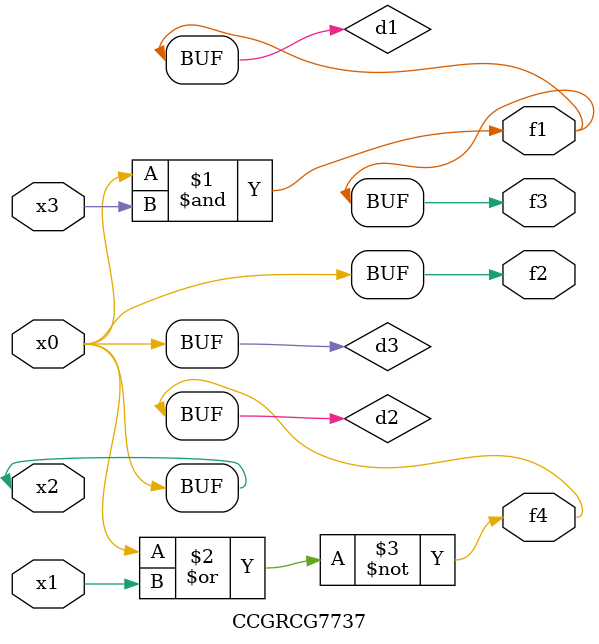
<source format=v>
module CCGRCG7737(
	input x0, x1, x2, x3,
	output f1, f2, f3, f4
);

	wire d1, d2, d3;

	and (d1, x2, x3);
	nor (d2, x0, x1);
	buf (d3, x0, x2);
	assign f1 = d1;
	assign f2 = d3;
	assign f3 = d1;
	assign f4 = d2;
endmodule

</source>
